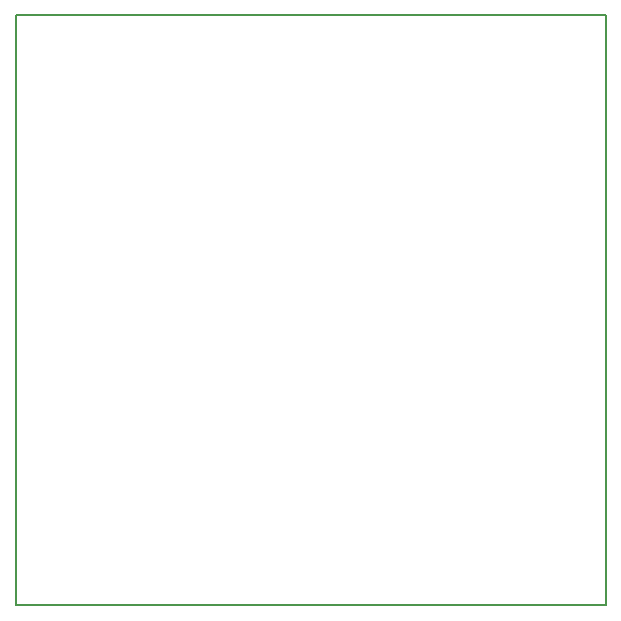
<source format=gko>
%FSTAX44Y44*%
%MOIN*%
%SFA1B1*%

%IPPOS*%
%ADD62C,0.005000*%
%LNrpcb6996130008r01-1*%
%LPD*%
G54D62*
X00019685Y0002559D02*
Y00045275D01*
X0003937*
Y0002559D02*
Y00045275D01*
X00019685Y0002559D02*
X0003937D01*
M02*
</source>
